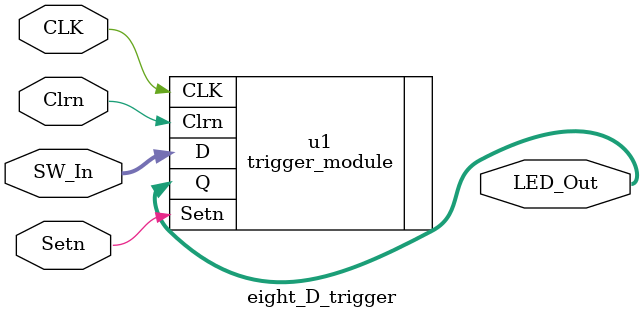
<source format=v>
module eight_D_trigger(CLK, SW_In, Setn, Clrn, LED_Out);
	
	input CLK, Setn, Clrn;
	input [7:0]SW_In;
	output [7:0]LED_Out;
	
	trigger_module u1
	(
		.CLK(CLK),
		.Setn(Setn),
		.Clrn(Clrn),
		.D(SW_In),
		.Q(LED_Out)
	);
	
endmodule

</source>
